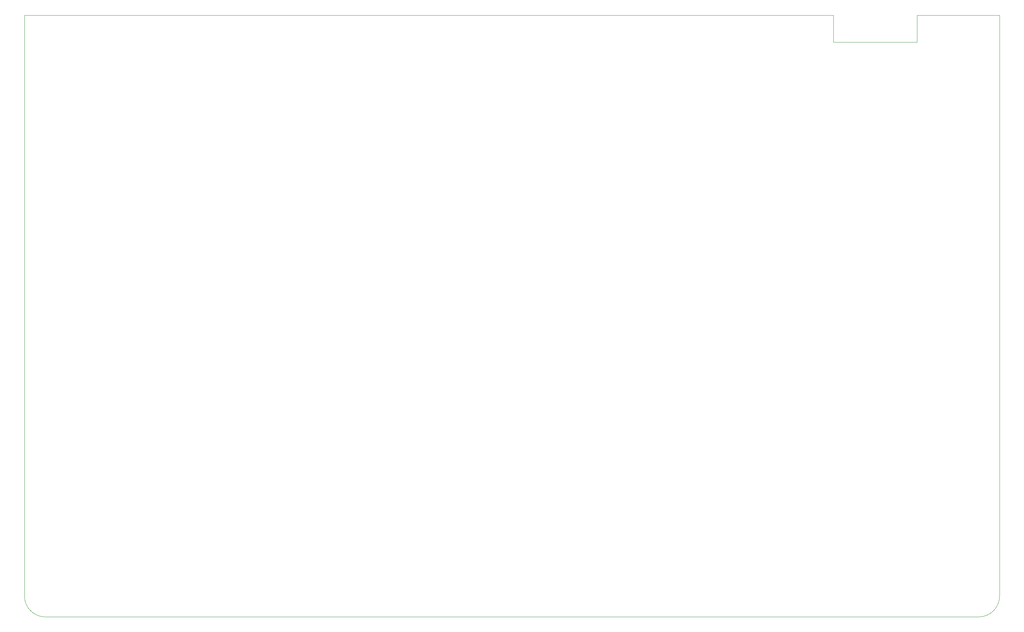
<source format=gbr>
%TF.GenerationSoftware,KiCad,Pcbnew,8.0.3*%
%TF.CreationDate,2024-06-28T08:29:35+01:00*%
%TF.ProjectId,esp32-s3-spectrum,65737033-322d-4733-932d-737065637472,rev?*%
%TF.SameCoordinates,Original*%
%TF.FileFunction,Profile,NP*%
%FSLAX46Y46*%
G04 Gerber Fmt 4.6, Leading zero omitted, Abs format (unit mm)*
G04 Created by KiCad (PCBNEW 8.0.3) date 2024-06-28 08:29:35*
%MOMM*%
%LPD*%
G01*
G04 APERTURE LIST*
%TA.AperFunction,Profile*%
%ADD10C,0.010000*%
%TD*%
%TA.AperFunction,Profile*%
%ADD11C,0.050000*%
%TD*%
G04 APERTURE END LIST*
D10*
X26980000Y-176510000D02*
G75*
G02*
X21980000Y-171510000I0J5000000D01*
G01*
D11*
X215230000Y-32510000D02*
X21980000Y-32510000D01*
D10*
X215230000Y-39010000D02*
X235230000Y-39010000D01*
X249980000Y-176510000D02*
X26980000Y-176510000D01*
X254980000Y-32510000D02*
X254980000Y-171510000D01*
D11*
X215230000Y-32510000D02*
X215230000Y-39010000D01*
X21980000Y-32510000D02*
X21980000Y-171510000D01*
D10*
X235230000Y-32510000D02*
X254980000Y-32510000D01*
D11*
X235230000Y-32510000D02*
X235230000Y-39010000D01*
D10*
X254980000Y-171510000D02*
G75*
G02*
X249980000Y-176510000I-5000000J0D01*
G01*
M02*

</source>
